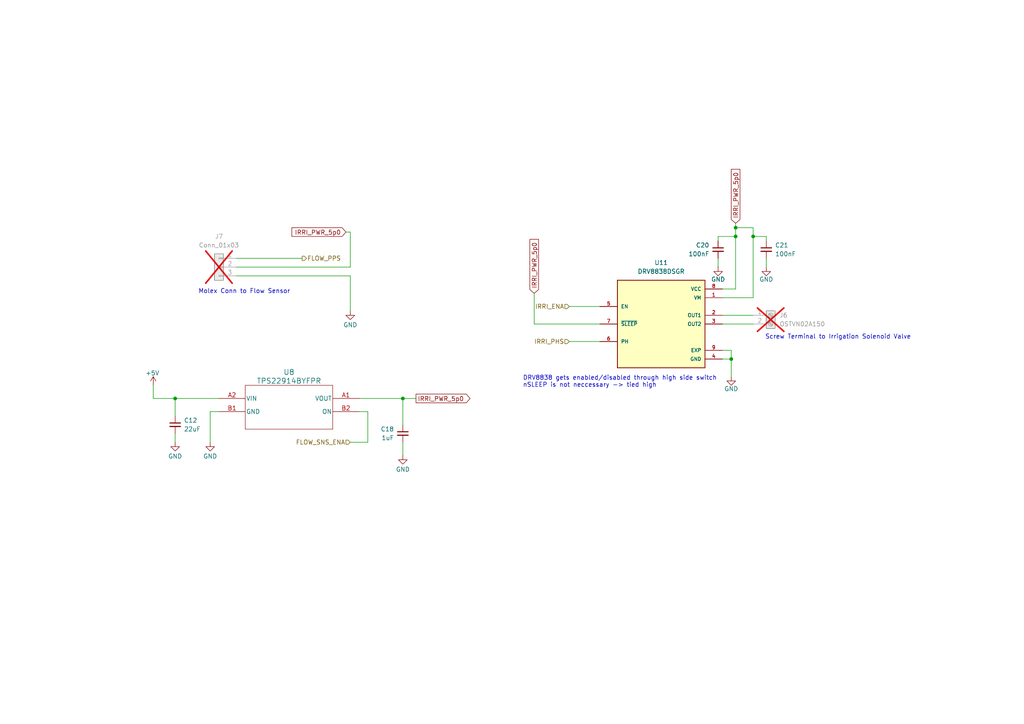
<source format=kicad_sch>
(kicad_sch (version 20250114) (generator "eeschema") (generator_version "9.0")
  (paper "A4")
  (title_block (title "SproutSyncProto-A-01") (date "2025-07-16") (rev "0.1") (company "SproutSync LTD") (comment 1 "ALL RIGHTS RESERVED") (comment 2 "Drawn By: Thomas Sweeney") (comment 3 "R&D Check:") (comment 4 "MFG Check:"))
  (lib_symbols
    (symbol "Connector:Screw_Terminal_01x02" (pin_names (offset 1.016) (hide yes))
      (property "Reference" "J" (at 0 2.54 0))
      (property "Value" "Screw_Terminal_01x02" (at 0 -5.08 0))
      (symbol "Screw_Terminal_01x02_1_1"
        (rectangle (start -1.27 1.27) (end 1.27 -3.81) (stroke (width 0.254)) (fill (type background)))
        (polyline (pts (xy -0.5334 0.3302) (xy 0.3302 -0.508)) (stroke (width 0.1524)))
        (polyline (pts (xy -0.5334 -2.2098) (xy 0.3302 -3.048)) (stroke (width 0.1524)))
        (polyline (pts (xy -0.3556 0.508) (xy 0.508 -0.3302)) (stroke (width 0.1524)))
        (polyline (pts (xy -0.3556 -2.032) (xy 0.508 -2.8702)) (stroke (width 0.1524)))
        (circle (center 0 0) (radius 0.635) (stroke (width 0.1524)))
        (circle (center 0 -2.54) (radius 0.635) (stroke (width 0.1524)))
        (pin passive line (at -5.08 0 0) (length 3.81) (name "Pin_1") (number "1"))
        (pin passive line (at -5.08 -2.54 0) (length 3.81) (name "Pin_2") (number "2"))
      )
    )
    (symbol "Connector_Generic:Conn_01x03" (pin_names (offset 1.016) (hide yes))
      (property "Reference" "J" (at 0 5.08 0))
      (property "Value" "Conn_01x03" (at 0 -5.08 0))
      (symbol "Conn_01x03_1_1"
        (rectangle (start -1.27 3.81) (end 1.27 -3.81) (stroke (width 0.254)) (fill (type background)))
        (rectangle (start -1.27 2.667) (end 0 2.413) (stroke (width 0.1524)))
        (rectangle (start -1.27 0.127) (end 0 -0.127) (stroke (width 0.1524)))
        (rectangle (start -1.27 -2.413) (end 0 -2.667) (stroke (width 0.1524)))
        (pin passive line (at -5.08 2.54 0) (length 3.81) (name "Pin_1") (number "1"))
        (pin passive line (at -5.08 0 0) (length 3.81) (name "Pin_2") (number "2"))
        (pin passive line (at -5.08 -2.54 0) (length 3.81) (name "Pin_3") (number "3"))
      )
    )
    (symbol "Device:C_Small" (pin_numbers (hide yes)) (pin_names (offset 0.254) (hide yes))
      (property "Reference" "C" (at 0.254 1.778 0))
      (property "Value" "C_Small" (at 0.254 -2.032 0))
      (symbol "C_Small_0_1"
        (polyline (pts (xy -1.524 0.508) (xy 1.524 0.508)) (stroke (width 0.3048)))
        (polyline (pts (xy -1.524 -0.508) (xy 1.524 -0.508)) (stroke (width 0.3302)))
      )
      (symbol "C_Small_1_1"
        (pin passive line (at 0 2.54 270) (length 2.032) (name "~") (number "1"))
        (pin passive line (at 0 -2.54 90) (length 2.032) (name "~") (number "2"))
      )
    )
    (symbol "SproutSense:DRV8838DSGR" (pin_names (offset 1.016))
      (property "Reference" "U" (at -12.7 13.7 0))
      (property "Value" "DRV8838DSGR" (at -12.7 -16.7 0))
      (symbol "DRV8838DSGR_0_0"
        (rectangle (start -12.7 -12.7) (end 12.7 12.7) (stroke (width 0.254)) (fill (type background)))
        (pin input line (at -17.78 5.08 0) (length 5.08) (name "EN") (number "5"))
        (pin input line (at -17.78 0 0) (length 5.08) (name "~{SLEEP}") (number "7"))
        (pin input line (at -17.78 -5.08 0) (length 5.08) (name "PH") (number "6"))
        (pin power_in line (at 17.78 10.16 180) (length 5.08) (name "VCC") (number "8"))
        (pin power_in line (at 17.78 7.62 180) (length 5.08) (name "VM") (number "1"))
        (pin output line (at 17.78 2.54 180) (length 5.08) (name "OUT1") (number "2"))
        (pin output line (at 17.78 0 180) (length 5.08) (name "OUT2") (number "3"))
        (pin power_in line (at 17.78 -7.62 180) (length 5.08) (name "EXP") (number "9"))
        (pin power_in line (at 17.78 -10.16 180) (length 5.08) (name "GND") (number "4"))
      )
    )
    (symbol "SproutSense:TPS22914BYFPR" (pin_names (offset 0.254))
      (property "Reference" "U" (at 0 10.16 0))
      (property "Value" "TPS22914BYFPR" (at 0 7.62 0))
      (symbol "TPS22914BYFPR_0_1"
        (polyline (pts (xy -12.7 5.08) (xy -12.7 -7.62)) (stroke (width 0.127)))
        (polyline (pts (xy -12.7 -7.62) (xy 12.7 -7.62)) (stroke (width 0.127)))
        (polyline (pts (xy 12.7 5.08) (xy -12.7 5.08)) (stroke (width 0.127)))
        (polyline (pts (xy 12.7 -7.62) (xy 12.7 5.08)) (stroke (width 0.127)))
        (pin input line (at -20.32 1.27 0) (length 7.62) (name "VIN") (number "A2"))
        (pin power_in line (at -20.32 -2.54 0) (length 7.62) (name "GND") (number "B1"))
        (pin output line (at 20.32 1.27 180) (length 7.62) (name "VOUT") (number "A1"))
        (pin input line (at 20.32 -2.54 180) (length 7.62) (name "ON") (number "B2"))
      )
    )
    (symbol "power:+5V" (power) (pin_numbers (hide yes)) (pin_names (offset 0) (hide yes))
      (property "Value" "+5V" (at 0 3.556 0))
      (symbol "+5V_0_1"
        (polyline (pts (xy -0.762 1.27) (xy 0 2.54)))
        (polyline (pts (xy 0 2.54) (xy 0.762 1.27)))
        (polyline (pts (xy 0 0) (xy 0 2.54)))
      )
      (symbol "+5V_1_1"
        (pin power_in line (at 0 0 90) (length 0) (name "~") (number "1"))
      )
    )
    (symbol "power:GND" (power) (pin_numbers (hide yes)) (pin_names (offset 0) (hide yes))
      (property "Value" "GND" (at 0 -3.81 0))
      (symbol "GND_0_1"
        (polyline (pts (xy 0 0) (xy 0 -1.27) (xy 1.27 -1.27) (xy 0 -2.54) (xy -1.27 -1.27) (xy 0 -1.27)))
      )
      (symbol "GND_1_1"
        (pin power_in line (at 0 0 270) (length 0) (name "~") (number "1"))
      )
    )
  )
  (text "Screw Terminal to Irrigation Solenoid Valve" (at 243.078 97.79 0) (effects (font (size 1.27 1.27))))
  (text "Molex Conn to Flow Sensor" (at 70.866 84.582 0) (effects (font (size 1.27 1.27))))
  (text "DRV8838 gets enabled/disabled through high side switch\nnSLEEP is not neccessary -> tied high" (at 151.638 110.744 0) (effects (font (size 1.27 1.27)) (justify left)))
  (junction (at 212.09 104.14))
  (junction (at 213.36 66.04))
  (junction (at 218.44 68.58))
  (junction (at 50.8 115.57))
  (junction (at 116.84 115.57))
  (junction (at 213.36 68.58))
  (wire (pts (xy 116.84 115.57) (xy 120.65 115.57)))
  (wire (pts (xy 218.44 66.04) (xy 213.36 66.04)))
  (wire (pts (xy 101.6 80.01) (xy 101.6 90.17)))
  (wire (pts (xy 212.09 101.6) (xy 212.09 104.14)))
  (wire (pts (xy 222.25 68.58) (xy 218.44 68.58)))
  (wire (pts (xy 173.99 93.98) (xy 154.94 93.98)))
  (wire (pts (xy 208.28 69.85) (xy 208.28 68.58)))
  (wire (pts (xy 106.68 119.38) (xy 104.14 119.38)))
  (wire (pts (xy 63.5 119.38) (xy 60.96 119.38)))
  (wire (pts (xy 165.1 88.9) (xy 173.99 88.9)))
  (wire (pts (xy 209.55 101.6) (xy 212.09 101.6)))
  (wire (pts (xy 209.55 91.44) (xy 218.44 91.44)))
  (wire (pts (xy 50.8 115.57) (xy 63.5 115.57)))
  (wire (pts (xy 165.1 99.06) (xy 173.99 99.06)))
  (wire (pts (xy 50.8 120.65) (xy 50.8 115.57)))
  (wire (pts (xy 44.45 115.57) (xy 50.8 115.57)))
  (wire (pts (xy 213.36 64.77) (xy 213.36 66.04)))
  (wire (pts (xy 101.6 128.27) (xy 106.68 128.27)))
  (wire (pts (xy 212.09 104.14) (xy 212.09 109.22)))
  (wire (pts (xy 68.58 80.01) (xy 101.6 80.01)))
  (wire (pts (xy 218.44 66.04) (xy 218.44 68.58)))
  (wire (pts (xy 208.28 68.58) (xy 213.36 68.58)))
  (wire (pts (xy 50.8 125.73) (xy 50.8 128.27)))
  (wire (pts (xy 209.55 93.98) (xy 218.44 93.98)))
  (wire (pts (xy 213.36 66.04) (xy 213.36 68.58)))
  (wire (pts (xy 208.28 74.93) (xy 208.28 77.47)))
  (wire (pts (xy 213.36 68.58) (xy 213.36 83.82)))
  (wire (pts (xy 68.58 74.93) (xy 87.63 74.93)))
  (wire (pts (xy 104.14 115.57) (xy 116.84 115.57)))
  (wire (pts (xy 44.45 111.76) (xy 44.45 115.57)))
  (wire (pts (xy 101.6 67.31) (xy 101.6 77.47)))
  (wire (pts (xy 209.55 83.82) (xy 213.36 83.82)))
  (wire (pts (xy 60.96 119.38) (xy 60.96 128.27)))
  (wire (pts (xy 209.55 86.36) (xy 218.44 86.36)))
  (wire (pts (xy 154.94 93.98) (xy 154.94 85.09)))
  (wire (pts (xy 101.6 67.31) (xy 100.33 67.31)))
  (wire (pts (xy 222.25 69.85) (xy 222.25 68.58)))
  (wire (pts (xy 209.55 104.14) (xy 212.09 104.14)))
  (wire (pts (xy 68.58 77.47) (xy 101.6 77.47)))
  (wire (pts (xy 106.68 128.27) (xy 106.68 119.38)))
  (wire (pts (xy 218.44 68.58) (xy 218.44 86.36)))
  (wire (pts (xy 222.25 74.93) (xy 222.25 77.47)))
  (wire (pts (xy 116.84 128.27) (xy 116.84 132.08)))
  (wire (pts (xy 116.84 115.57) (xy 116.84 123.19)))
  (global_label "IRRI_PWR_5p0" (shape input) (at 100.33 67.31 180) (property "Intersheetrefs" "${INTERSHEET_REFS}" (effects (hide yes))))
  (global_label "IRRI_PWR_5p0" (shape output) (at 120.65 115.57 0) (property "Intersheetrefs" "${INTERSHEET_REFS}" (effects (hide yes))))
  (global_label "IRRI_PWR_5p0" (shape input) (at 154.94 85.09 90) (property "Intersheetrefs" "${INTERSHEET_REFS}" (effects (hide yes))))
  (global_label "IRRI_PWR_5p0" (shape input) (at 213.36 64.77 90) (property "Intersheetrefs" "${INTERSHEET_REFS}" (effects (hide yes))))
  (hierarchical_label "IRRI_PHS" (shape input) (at 165.1 99.06 180))
  (hierarchical_label "IRRI_ENA" (shape input) (at 165.1 88.9 180))
  (hierarchical_label "FLOW_SNS_ENA" (shape input) (at 101.6 128.27 180))
  (hierarchical_label "FLOW_PPS" (shape output) (at 87.63 74.93 0))
  (symbol (lib_id "power:GND") (at 101.6 90.17 0) (mirror y) (unit 1)
    (property "Reference" "#PWR063" (effects (hide yes)))
    (property "Value" "GND" (at 101.6 94.234 0))
    (property "Description" "Power symbol creates a global label with name \"GND\" , ground" (effects (hide yes)))
  )
  (symbol (lib_id "power:GND") (at 60.96 128.27 0) (unit 1)
    (property "Reference" "#PWR033" (effects (hide yes)))
    (property "Value" "GND" (at 60.96 132.334 0))
    (property "Description" "Power symbol creates a global label with name \"GND\" , ground" (effects (hide yes)))
  )
  (symbol (lib_id "SproutSense:DRV8838DSGR") (at 191.77 93.98 0) (unit 1)
    (property "Reference" "U11" (at 191.77 76.2 0))
    (property "Value" "DRV8838DSGR" (at 191.77 78.74 0))
    (property "Footprint" "SproutSenseFootprints:SON50P200X200X80-9N" (effects (hide yes)))
    (property "Datasheet" "https://www.ti.com/lit/ds/symlink/drv8838.pdf?HQS=dis-dk-null-digikeymode-dsf-pf-null-wwe&ts=1758052944122&ref_url=https%253A%252F%252Fwww.ti.com%252Fgeneral%252Fdocs%252Fsuppproductinfo.tsp%253FdistId%253D10%2526gotoUrl%253Dhttps%253A%252F%252Fwww.ti.com%252Flit%252Fgpn%252Fdrv8838" (effects (hide yes)))
    (property "Description" "IC BRIDGE DRIVER PAR 8WSON" (effects (hide yes)))
    (property "PARTREV" "F" (effects (hide yes)))
    (property "MANUFACTURER" "Texas Instruments" (effects (hide yes)))
    (property "MAXIMUM_PACKAGE_HEIGHT" "0.80 mm" (effects (hide yes)))
    (property "STANDARD" "IPC 7351B" (effects (hide yes)))
    (property "Distributor Prt #" "296-40081-1-ND" (effects (hide yes)))
    (property "Manuf Prt #" "DRV8838DSGR" (effects (hide yes)))
  )
  (symbol (lib_id "power:GND") (at 50.8 128.27 0) (unit 1)
    (property "Reference" "#PWR032" (effects (hide yes)))
    (property "Value" "GND" (at 50.8 132.334 0))
    (property "Description" "Power symbol creates a global label with name \"GND\" , ground" (effects (hide yes)))
  )
  (symbol (lib_id "power:GND") (at 116.84 132.08 0) (unit 1)
    (property "Reference" "#PWR034" (effects (hide yes)))
    (property "Value" "GND" (at 116.84 136.144 0))
    (property "Description" "Power symbol creates a global label with name \"GND\" , ground" (effects (hide yes)))
  )
  (symbol (lib_id "power:GND") (at 222.25 77.47 0) (unit 1)
    (property "Reference" "#PWR048" (effects (hide yes)))
    (property "Value" "GND" (at 222.25 81.026 0))
    (property "Description" "Power symbol creates a global label with name \"GND\" , ground" (effects (hide yes)))
  )
  (symbol (lib_id "Device:C_Small") (at 116.84 125.73 0) (mirror y) (unit 1)
    (property "Reference" "C18" (at 114.3 124.4662 0) (effects (justify left)))
    (property "Value" "1uF" (at 114.3 127.0062 0) (effects (justify left)))
    (property "Footprint" "Capacitor_SMD:C_0402_1005Metric" (effects (hide yes)))
    (property "Datasheet" "https://search.murata.co.jp/Ceramy/image/img/A01X/G101/ENG/GRM155R70J105KA12-01.pdf" (effects (hide yes)))
    (property "Description" "CAP CER 1UF 6.3V X7R 0402" (effects (hide yes)))
    (property "Distributor Prt #" "490-10024-1-ND - Cut Tape (CT)" (effects (hide yes)))
    (property "Manuf Prt #" "GRM155R70J105KA12D" (effects (hide yes)))
  )
  (symbol (lib_id "power:+5V") (at 44.45 111.76 0) (unit 1)
    (property "Reference" "#PWR020" (effects (hide yes)))
    (property "Value" "+5V" (at 44.196 108.204 0))
    (property "Description" "Power symbol creates a global label with name \"+5V\"" (effects (hide yes)))
  )
  (symbol (lib_id "Connector:Screw_Terminal_01x02") (at 223.52 91.44 0) (unit 1) (dnp yes)
    (property "Reference" "J6" (at 226.06 91.4399 0) (effects (justify left)))
    (property "Value" "OSTVN02A150" (at 226.06 93.9799 0) (effects (justify left)))
    (property "Footprint" "SproutSenseFootprints:CONN_OSTVN02A150_OST" (effects (hide yes)))
    (property "Datasheet" "https://mm.digikey.com/Volume0/opasdata/d220001/medias/docus/1123/OSTVNXXA150.pdf" (effects (hide yes)))
    (property "Description" "TERM BLK 2P SIDE ENT 2.54MM PCB" (effects (hide yes)))
    (property "Distributor Prt #" "ED10561-ND" (effects (hide yes)))
    (property "Manuf Prt #" "OSTVN02A150" (effects (hide yes)))
  )
  (symbol (lib_id "Device:C_Small") (at 222.25 72.39 0) (unit 1)
    (property "Reference" "C21" (at 224.79 71.1262 0) (effects (justify left)))
    (property "Value" "100nF" (at 224.79 73.6662 0) (effects (justify left)))
    (property "Footprint" "Capacitor_SMD:C_0402_1005Metric" (effects (hide yes)))
    (property "Datasheet" "https://search.murata.co.jp/Ceramy/image/img/A01X/G101/ENG/GRM155R70J105KA12-01.pdf" (effects (hide yes)))
    (property "Description" "CAP CER 0.1UF 16V X7R 0402" (effects (hide yes)))
    (property "Distributor Prt #" "1292-1630-1-ND" (effects (hide yes)))
    (property "Manuf Prt #" "  0402B104K160CT" (effects (hide yes)))
  )
  (symbol (lib_id "Device:C_Small") (at 50.8 123.19 0) (unit 1)
    (property "Reference" "C12" (at 53.34 121.9262 0) (effects (justify left)))
    (property "Value" "22uF" (at 53.34 124.4662 0) (effects (justify left)))
    (property "Footprint" "Capacitor_SMD:C_0402_1005Metric" (effects (hide yes)))
    (property "Datasheet" "https://search.murata.co.jp/Ceramy/image/img/A01X/G101/ENG/GRM21BZ71A226ME15-01.pdf" (effects (hide yes)))
    (property "Description" "CAP CER 22UF 6.3V X5R 0402" (effects (hide yes)))
    (property "Distributor Prt #" "490-GRM158R60J226ME01DCT-ND" (effects (hide yes)))
    (property "Manuf Prt #" "GRM158R60J226ME01D" (effects (hide yes)))
  )
  (symbol (lib_id "power:GND") (at 208.28 77.47 0) (unit 1)
    (property "Reference" "#PWR051" (effects (hide yes)))
    (property "Value" "GND" (at 208.28 81.026 0))
    (property "Description" "Power symbol creates a global label with name \"GND\" , ground" (effects (hide yes)))
  )
  (symbol (lib_id "power:GND") (at 212.09 109.22 0) (unit 1)
    (property "Reference" "#PWR052" (effects (hide yes)))
    (property "Value" "GND" (at 212.09 112.776 0))
    (property "Description" "Power symbol creates a global label with name \"GND\" , ground" (effects (hide yes)))
  )
  (symbol (lib_id "Device:C_Small") (at 208.28 72.39 0) (mirror y) (unit 1)
    (property "Reference" "C20" (at 205.74 71.1262 0) (effects (justify left)))
    (property "Value" "100nF" (at 205.74 73.6662 0) (effects (justify left)))
    (property "Footprint" "Capacitor_SMD:C_0402_1005Metric" (effects (hide yes)))
    (property "Datasheet" "https://search.murata.co.jp/Ceramy/image/img/A01X/G101/ENG/GRM155R70J105KA12-01.pdf" (effects (hide yes)))
    (property "Description" "CAP CER 0.1UF 16V X7R 0402" (effects (hide yes)))
    (property "Distributor Prt #" "1292-1630-1-ND" (effects (hide yes)))
    (property "Manuf Prt #" "  0402B104K160CT" (effects (hide yes)))
  )
  (symbol (lib_id "Connector_Generic:Conn_01x03") (at 63.5 77.47 0) (mirror y) (unit 1) (dnp yes)
    (property "Reference" "J7" (at 63.5 68.58 0))
    (property "Value" "Conn_01x03" (at 63.5 71.12 0))
    (property "Footprint" "SproutSenseFootprints:CONN_A-6373-03A_MOL" (effects (hide yes)))
    (property "Datasheet" "https://www.molex.com/content/dam/molex/molex-dot-com/products/automated/en-us/salesdrawingpdf/637/6373/022232031_sd.pdf?inline" (effects (hide yes)))
    (property "Description" "CONN HEADER VERT 3POS 2.54MM" (effects (hide yes)))
    (property "Distributor Prt #" "  WM4201-ND" (effects (hide yes)))
    (property "Manuf Prt #" "0022232031" (effects (hide yes)))
  )
  (symbol (lib_id "SproutSense:TPS22914BYFPR") (at 83.82 116.84 0) (unit 1)
    (property "Reference" "U8" (at 83.82 107.95 0) (effects (font (size 1.524 1.524))))
    (property "Value" "TPS22914BYFPR" (at 83.82 110.49 0) (effects (font (size 1.524 1.524))))
    (property "Footprint" "SproutSenseFootprints:YFP4_TEX" (effects (hide yes)))
    (property "Datasheet" "https://www.ti.com/lit/gpn/tps22914" (effects (hide yes)))
    (property "Description" "IC PWR SWITCH N-CHAN 1:1 4DSBGA" (effects (hide yes)))
    (property "Distributor Prt #" "296-TPS22914BYFPRCT-ND" (effects (hide yes)))
    (property "Manuf Prt #" "	 TPS22914BYFPR" (effects (hide yes)))
  )
)
</source>
